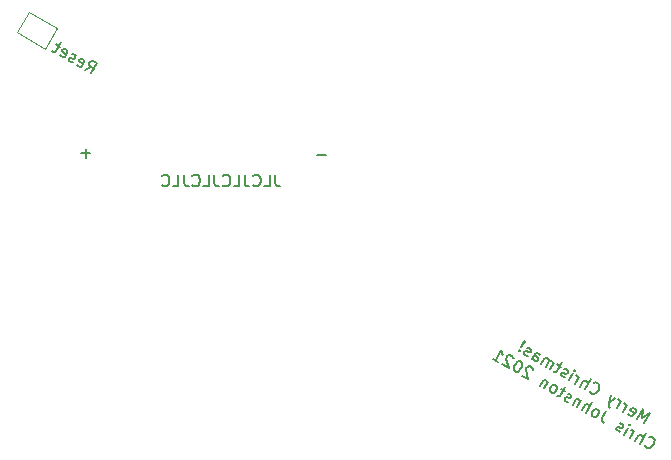
<source format=gbr>
%TF.GenerationSoftware,KiCad,Pcbnew,5.1.6-c6e7f7d~87~ubuntu19.10.1*%
%TF.CreationDate,2021-11-13T16:17:34-08:00*%
%TF.ProjectId,snowflake2021,736e6f77-666c-4616-9b65-323032312e6b,rev?*%
%TF.SameCoordinates,Original*%
%TF.FileFunction,Legend,Bot*%
%TF.FilePolarity,Positive*%
%FSLAX46Y46*%
G04 Gerber Fmt 4.6, Leading zero omitted, Abs format (unit mm)*
G04 Created by KiCad (PCBNEW 5.1.6-c6e7f7d~87~ubuntu19.10.1) date 2021-11-13 16:17:34*
%MOMM*%
%LPD*%
G01*
G04 APERTURE LIST*
%ADD10C,0.150000*%
%ADD11C,0.120000*%
G04 APERTURE END LIST*
D10*
X148129047Y-69302380D02*
X148129047Y-70016666D01*
X148176666Y-70159523D01*
X148271904Y-70254761D01*
X148414761Y-70302380D01*
X148510000Y-70302380D01*
X147176666Y-70302380D02*
X147652857Y-70302380D01*
X147652857Y-69302380D01*
X146271904Y-70207142D02*
X146319523Y-70254761D01*
X146462380Y-70302380D01*
X146557619Y-70302380D01*
X146700476Y-70254761D01*
X146795714Y-70159523D01*
X146843333Y-70064285D01*
X146890952Y-69873809D01*
X146890952Y-69730952D01*
X146843333Y-69540476D01*
X146795714Y-69445238D01*
X146700476Y-69350000D01*
X146557619Y-69302380D01*
X146462380Y-69302380D01*
X146319523Y-69350000D01*
X146271904Y-69397619D01*
X145557619Y-69302380D02*
X145557619Y-70016666D01*
X145605238Y-70159523D01*
X145700476Y-70254761D01*
X145843333Y-70302380D01*
X145938571Y-70302380D01*
X144605238Y-70302380D02*
X145081428Y-70302380D01*
X145081428Y-69302380D01*
X143700476Y-70207142D02*
X143748095Y-70254761D01*
X143890952Y-70302380D01*
X143986190Y-70302380D01*
X144129047Y-70254761D01*
X144224285Y-70159523D01*
X144271904Y-70064285D01*
X144319523Y-69873809D01*
X144319523Y-69730952D01*
X144271904Y-69540476D01*
X144224285Y-69445238D01*
X144129047Y-69350000D01*
X143986190Y-69302380D01*
X143890952Y-69302380D01*
X143748095Y-69350000D01*
X143700476Y-69397619D01*
X142986190Y-69302380D02*
X142986190Y-70016666D01*
X143033809Y-70159523D01*
X143129047Y-70254761D01*
X143271904Y-70302380D01*
X143367142Y-70302380D01*
X142033809Y-70302380D02*
X142510000Y-70302380D01*
X142510000Y-69302380D01*
X141129047Y-70207142D02*
X141176666Y-70254761D01*
X141319523Y-70302380D01*
X141414761Y-70302380D01*
X141557619Y-70254761D01*
X141652857Y-70159523D01*
X141700476Y-70064285D01*
X141748095Y-69873809D01*
X141748095Y-69730952D01*
X141700476Y-69540476D01*
X141652857Y-69445238D01*
X141557619Y-69350000D01*
X141414761Y-69302380D01*
X141319523Y-69302380D01*
X141176666Y-69350000D01*
X141129047Y-69397619D01*
X140414761Y-69302380D02*
X140414761Y-70016666D01*
X140462380Y-70159523D01*
X140557619Y-70254761D01*
X140700476Y-70302380D01*
X140795714Y-70302380D01*
X139462380Y-70302380D02*
X139938571Y-70302380D01*
X139938571Y-69302380D01*
X138557619Y-70207142D02*
X138605238Y-70254761D01*
X138748095Y-70302380D01*
X138843333Y-70302380D01*
X138986190Y-70254761D01*
X139081428Y-70159523D01*
X139129047Y-70064285D01*
X139176666Y-69873809D01*
X139176666Y-69730952D01*
X139129047Y-69540476D01*
X139081428Y-69445238D01*
X138986190Y-69350000D01*
X138843333Y-69302380D01*
X138748095Y-69302380D01*
X138605238Y-69350000D01*
X138557619Y-69397619D01*
X179327940Y-90354921D02*
X179827940Y-89488896D01*
X179182122Y-89940818D01*
X179250590Y-89155562D01*
X178750590Y-90021588D01*
X178032092Y-89551777D02*
X178090761Y-89640635D01*
X178255718Y-89735873D01*
X178362006Y-89742253D01*
X178450865Y-89683584D01*
X178641341Y-89353670D01*
X178647721Y-89247381D01*
X178589051Y-89158523D01*
X178424094Y-89063285D01*
X178317806Y-89056905D01*
X178228948Y-89115574D01*
X178181329Y-89198053D01*
X178546103Y-89518627D01*
X177595889Y-89354921D02*
X177929223Y-88777571D01*
X177833984Y-88942528D02*
X177840364Y-88836240D01*
X177822934Y-88771191D01*
X177764265Y-88682333D01*
X177681787Y-88634714D01*
X177059778Y-89045397D02*
X177393112Y-88468047D01*
X177297874Y-88633004D02*
X177304253Y-88526716D01*
X177286823Y-88461667D01*
X177228154Y-88372809D01*
X177145676Y-88325190D01*
X176939479Y-88206142D02*
X176399949Y-88664445D01*
X176527086Y-87968047D02*
X176399949Y-88664445D01*
X176363380Y-88918260D01*
X176380810Y-88983309D01*
X176439479Y-89072168D01*
X174756757Y-87605776D02*
X174774187Y-87670824D01*
X174874095Y-87783492D01*
X174956574Y-87831111D01*
X175104101Y-87861301D01*
X175234199Y-87826441D01*
X175323057Y-87767772D01*
X175459535Y-87626624D01*
X175530963Y-87502906D01*
X175584962Y-87314140D01*
X175591342Y-87207852D01*
X175556482Y-87077754D01*
X175456574Y-86965086D01*
X175374095Y-86917467D01*
X175226568Y-86887278D01*
X175161519Y-86904707D01*
X174337984Y-87473969D02*
X174837984Y-86607943D01*
X173966830Y-87259683D02*
X174228735Y-86806050D01*
X174317594Y-86747381D01*
X174423882Y-86753761D01*
X174547600Y-86825190D01*
X174606269Y-86914048D01*
X174623698Y-86979097D01*
X173554437Y-87021588D02*
X173887771Y-86444237D01*
X173792533Y-86609195D02*
X173798912Y-86502906D01*
X173781483Y-86437858D01*
X173722813Y-86348999D01*
X173640335Y-86301380D01*
X173018326Y-86712064D02*
X173351660Y-86134714D01*
X173518326Y-85846038D02*
X173535756Y-85911087D01*
X173470707Y-85928517D01*
X173453278Y-85863468D01*
X173518326Y-85846038D01*
X173470707Y-85928517D01*
X172670982Y-86456539D02*
X172564694Y-86450159D01*
X172399737Y-86354921D01*
X172341068Y-86266063D01*
X172347447Y-86159774D01*
X172371257Y-86118535D01*
X172460115Y-86059866D01*
X172566403Y-86066246D01*
X172690121Y-86137674D01*
X172796410Y-86144054D01*
X172885268Y-86085385D01*
X172909077Y-86044146D01*
X172915457Y-85937858D01*
X172856788Y-85848999D01*
X172733070Y-85777571D01*
X172626782Y-85771191D01*
X172361916Y-85563285D02*
X172032002Y-85372809D01*
X172404865Y-85203181D02*
X171976294Y-85945489D01*
X171887435Y-86004158D01*
X171781147Y-85997778D01*
X171698669Y-85950159D01*
X171409994Y-85783492D02*
X171743327Y-85206142D01*
X171695708Y-85288621D02*
X171678278Y-85223572D01*
X171619609Y-85134714D01*
X171495891Y-85063285D01*
X171389603Y-85056905D01*
X171300745Y-85115574D01*
X171038840Y-85569207D01*
X171300745Y-85115574D02*
X171307124Y-85009286D01*
X171248455Y-84920428D01*
X171124737Y-84848999D01*
X171018449Y-84842620D01*
X170929591Y-84901289D01*
X170667686Y-85354921D01*
X169884139Y-84902540D02*
X170146044Y-84448908D01*
X170234902Y-84390239D01*
X170341190Y-84396618D01*
X170506148Y-84491856D01*
X170564817Y-84580715D01*
X169907949Y-84861301D02*
X169966618Y-84950159D01*
X170172814Y-85069207D01*
X170279102Y-85075586D01*
X170367961Y-85016917D01*
X170415580Y-84934439D01*
X170421960Y-84828151D01*
X170363291Y-84739292D01*
X170157094Y-84620245D01*
X170098425Y-84531386D01*
X169536795Y-84647015D02*
X169430507Y-84640635D01*
X169265550Y-84545397D01*
X169206881Y-84456539D01*
X169213260Y-84350251D01*
X169237070Y-84309011D01*
X169325928Y-84250342D01*
X169432216Y-84256722D01*
X169555934Y-84328151D01*
X169662222Y-84334530D01*
X169751081Y-84275861D01*
X169774890Y-84234622D01*
X169781270Y-84128334D01*
X169722601Y-84039475D01*
X169598883Y-83968047D01*
X169492595Y-83961667D01*
X168818297Y-84177204D02*
X168753248Y-84194634D01*
X168770678Y-84259683D01*
X168835727Y-84242253D01*
X168818297Y-84177204D01*
X168770678Y-84259683D01*
X168961154Y-83929768D02*
X169288108Y-83458706D01*
X169270678Y-83393657D01*
X169205629Y-83411087D01*
X168961154Y-83929768D01*
X169270678Y-83393657D01*
X179416585Y-92201384D02*
X179434014Y-92266433D01*
X179533923Y-92379101D01*
X179616401Y-92426720D01*
X179763929Y-92456909D01*
X179894026Y-92422050D01*
X179982885Y-92363381D01*
X180119362Y-92222233D01*
X180190791Y-92098515D01*
X180244790Y-91909748D01*
X180251169Y-91803460D01*
X180216310Y-91673363D01*
X180116401Y-91560695D01*
X180033923Y-91513076D01*
X179886395Y-91482886D01*
X179821346Y-91500316D01*
X178997812Y-92069577D02*
X179497812Y-91203552D01*
X178626658Y-91855292D02*
X178888563Y-91401659D01*
X178977421Y-91342990D01*
X179083709Y-91349370D01*
X179207427Y-91420798D01*
X179266096Y-91509657D01*
X179283526Y-91574706D01*
X178214265Y-91617196D02*
X178547598Y-91039846D01*
X178452360Y-91204803D02*
X178458740Y-91098515D01*
X178441310Y-91033466D01*
X178382641Y-90944608D01*
X178300162Y-90896989D01*
X177678154Y-91307672D02*
X178011487Y-90730322D01*
X178178154Y-90441647D02*
X178195584Y-90506696D01*
X178130535Y-90524126D01*
X178113105Y-90459077D01*
X178178154Y-90441647D01*
X178130535Y-90524126D01*
X177330810Y-91052147D02*
X177224522Y-91045768D01*
X177059564Y-90950530D01*
X177000895Y-90861671D01*
X177007275Y-90755383D01*
X177031085Y-90714144D01*
X177119943Y-90655475D01*
X177226231Y-90661854D01*
X177349949Y-90733283D01*
X177456237Y-90739663D01*
X177545095Y-90680994D01*
X177568905Y-90639754D01*
X177575285Y-90533466D01*
X177516616Y-90444608D01*
X177392898Y-90373179D01*
X177286610Y-90366800D01*
X176157428Y-89274980D02*
X175800285Y-89893570D01*
X175770096Y-90041097D01*
X175804955Y-90171195D01*
X175904864Y-90283863D01*
X175987342Y-90331482D01*
X175121317Y-89831482D02*
X175227605Y-89837862D01*
X175292654Y-89820432D01*
X175381512Y-89761763D01*
X175524370Y-89514327D01*
X175530749Y-89408039D01*
X175513319Y-89342990D01*
X175454650Y-89254132D01*
X175330932Y-89182703D01*
X175224644Y-89176323D01*
X175159596Y-89193753D01*
X175070737Y-89252422D01*
X174927880Y-89499858D01*
X174921500Y-89606146D01*
X174938930Y-89671195D01*
X174997599Y-89760053D01*
X175121317Y-89831482D01*
X174461488Y-89450530D02*
X174961488Y-88584504D01*
X174090334Y-89236244D02*
X174352239Y-88782612D01*
X174441098Y-88723942D01*
X174547386Y-88730322D01*
X174671104Y-88801751D01*
X174729773Y-88890609D01*
X174747202Y-88955658D01*
X174011275Y-88420798D02*
X173677941Y-88998149D01*
X173963656Y-88503277D02*
X173946226Y-88438228D01*
X173887557Y-88349370D01*
X173763839Y-88277941D01*
X173657551Y-88271562D01*
X173568692Y-88330231D01*
X173306788Y-88783863D01*
X172959443Y-88528338D02*
X172853155Y-88521958D01*
X172688198Y-88426720D01*
X172629529Y-88337862D01*
X172635909Y-88231574D01*
X172659718Y-88190334D01*
X172748577Y-88131665D01*
X172854865Y-88138045D01*
X172978583Y-88209474D01*
X173084871Y-88215853D01*
X173173729Y-88157184D01*
X173197539Y-88115945D01*
X173203918Y-88009657D01*
X173145249Y-87920798D01*
X173021531Y-87849370D01*
X172915243Y-87842990D01*
X172650378Y-87635084D02*
X172320463Y-87444608D01*
X172693326Y-87274980D02*
X172264755Y-88017288D01*
X172175897Y-88075957D01*
X172069608Y-88069577D01*
X171987130Y-88021958D01*
X171574737Y-87783863D02*
X171681025Y-87790243D01*
X171746074Y-87772813D01*
X171834932Y-87714144D01*
X171977789Y-87466708D01*
X171984169Y-87360420D01*
X171966739Y-87295371D01*
X171908070Y-87206513D01*
X171784352Y-87135084D01*
X171678064Y-87128704D01*
X171613015Y-87146134D01*
X171524157Y-87204803D01*
X171381300Y-87452239D01*
X171374920Y-87558527D01*
X171392350Y-87623576D01*
X171451019Y-87712434D01*
X171574737Y-87783863D01*
X171248241Y-86825560D02*
X170914908Y-87402911D01*
X171200622Y-86908039D02*
X171183192Y-86842990D01*
X171124523Y-86754132D01*
X171000805Y-86682703D01*
X170894517Y-86676323D01*
X170805659Y-86734992D01*
X170543754Y-87188625D01*
X169965153Y-85809840D02*
X169947723Y-85744791D01*
X169889054Y-85655933D01*
X169682857Y-85536885D01*
X169576569Y-85530505D01*
X169511520Y-85547935D01*
X169422662Y-85606604D01*
X169375043Y-85689083D01*
X169344854Y-85836610D01*
X169554011Y-86617196D01*
X169017900Y-86307672D01*
X168981789Y-85132123D02*
X168899310Y-85084504D01*
X168793022Y-85078124D01*
X168727973Y-85095554D01*
X168639115Y-85154223D01*
X168502638Y-85295371D01*
X168383590Y-85501568D01*
X168329591Y-85690334D01*
X168323211Y-85796622D01*
X168340641Y-85861671D01*
X168399310Y-85950530D01*
X168481789Y-85998149D01*
X168588077Y-86004528D01*
X168653126Y-85987099D01*
X168741984Y-85928430D01*
X168878462Y-85787282D01*
X168997509Y-85581085D01*
X169051508Y-85392319D01*
X169057888Y-85286030D01*
X169040458Y-85220982D01*
X168981789Y-85132123D01*
X168315580Y-84857459D02*
X168298151Y-84792410D01*
X168239481Y-84703552D01*
X168033285Y-84584504D01*
X167926997Y-84578124D01*
X167861948Y-84595554D01*
X167773090Y-84654223D01*
X167725471Y-84736702D01*
X167695281Y-84884229D01*
X167904439Y-85664815D01*
X167368328Y-85355292D01*
X166543542Y-84879101D02*
X167038413Y-85164815D01*
X166790977Y-85021958D02*
X167290977Y-84155933D01*
X167302027Y-84327270D01*
X167336887Y-84457367D01*
X167395556Y-84546226D01*
X132460952Y-67508428D02*
X131699047Y-67508428D01*
X132080000Y-67889380D02*
X132080000Y-67127476D01*
X152399952Y-67635428D02*
X151638047Y-67635428D01*
D11*
%TO.C,Reset*%
X128673519Y-58645025D02*
X129673519Y-56912975D01*
X126248647Y-57245025D02*
X128673519Y-58645025D01*
X127248647Y-55512975D02*
X126248647Y-57245025D01*
X129673519Y-56912975D02*
X127248647Y-55512975D01*
D10*
X132037031Y-60446821D02*
X132563801Y-60201094D01*
X132531903Y-60732535D02*
X133031903Y-59866509D01*
X132701988Y-59676033D01*
X132595700Y-59669653D01*
X132530651Y-59687083D01*
X132441793Y-59745752D01*
X132370364Y-59869470D01*
X132363985Y-59975758D01*
X132381414Y-60040807D01*
X132440083Y-60129666D01*
X132769998Y-60320142D01*
X131359772Y-60000819D02*
X131418441Y-60089678D01*
X131583399Y-60184916D01*
X131689687Y-60191295D01*
X131778545Y-60132626D01*
X131969021Y-59802712D01*
X131975401Y-59696424D01*
X131916732Y-59607565D01*
X131751775Y-59512327D01*
X131645487Y-59505948D01*
X131556628Y-59564617D01*
X131509009Y-59647095D01*
X131873783Y-59967669D01*
X130988619Y-59786534D02*
X130882330Y-59780154D01*
X130717373Y-59684916D01*
X130658704Y-59596057D01*
X130665084Y-59489769D01*
X130688893Y-59448530D01*
X130777752Y-59389861D01*
X130884040Y-59396241D01*
X131007758Y-59467669D01*
X131114046Y-59474049D01*
X131202904Y-59415380D01*
X131226714Y-59374141D01*
X131233094Y-59267852D01*
X131174424Y-59178994D01*
X131050707Y-59107565D01*
X130944418Y-59101186D01*
X129916397Y-59167486D02*
X129975066Y-59256344D01*
X130140023Y-59351582D01*
X130246311Y-59357962D01*
X130335169Y-59299293D01*
X130525646Y-58969379D01*
X130532025Y-58863091D01*
X130473356Y-58774232D01*
X130308399Y-58678994D01*
X130202111Y-58672614D01*
X130113253Y-58731283D01*
X130065634Y-58813762D01*
X130430408Y-59134336D01*
X129937245Y-58464708D02*
X129607331Y-58274232D01*
X129980194Y-58104605D02*
X129551623Y-58846912D01*
X129462764Y-58905581D01*
X129356476Y-58899201D01*
X129273998Y-58851582D01*
%TD*%
M02*

</source>
